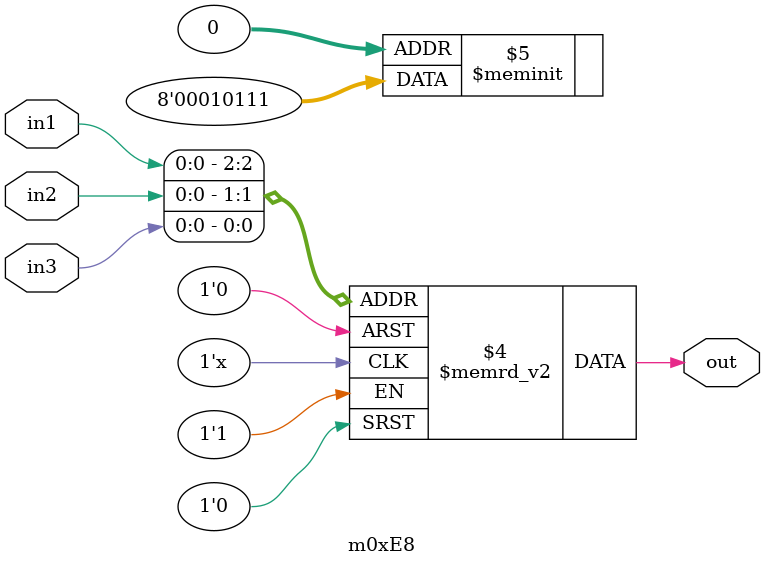
<source format=v>
module m0xE8(output out, input in1, in2, in3);

   always @(in1, in2, in3)
     begin
        case({in1, in2, in3})
          3'b000: {out} = 1'b1;
          3'b001: {out} = 1'b1;
          3'b010: {out} = 1'b1;
          3'b011: {out} = 1'b0;
          3'b100: {out} = 1'b1;
          3'b101: {out} = 1'b0;
          3'b110: {out} = 1'b0;
          3'b111: {out} = 1'b0;
        endcase // case ({in1, in2, in3})
     end // always @ (in1, in2, in3)

endmodule // m0xE8
</source>
